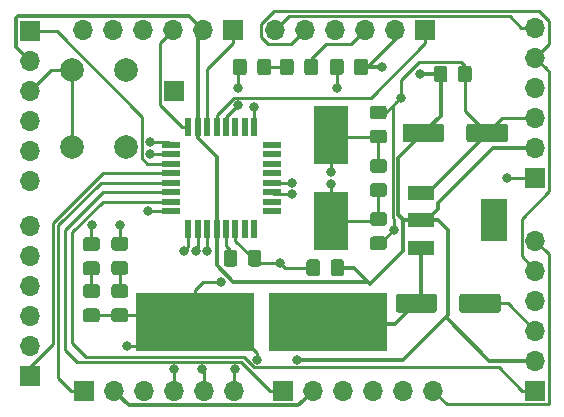
<source format=gbr>
G04 #@! TF.GenerationSoftware,KiCad,Pcbnew,(5.1.5)-3*
G04 #@! TF.CreationDate,2020-05-01T16:20:29+02:00*
G04 #@! TF.ProjectId,Arduino_Uno_R3_From_Scratch,41726475-696e-46f5-9f55-6e6f5f52335f,rev?*
G04 #@! TF.SameCoordinates,Original*
G04 #@! TF.FileFunction,Copper,L1,Top*
G04 #@! TF.FilePolarity,Positive*
%FSLAX46Y46*%
G04 Gerber Fmt 4.6, Leading zero omitted, Abs format (unit mm)*
G04 Created by KiCad (PCBNEW (5.1.5)-3) date 2020-05-01 16:20:29*
%MOMM*%
%LPD*%
G04 APERTURE LIST*
%ADD10C,0.100000*%
%ADD11C,2.000000*%
%ADD12R,1.700000X1.700000*%
%ADD13O,1.700000X1.700000*%
%ADD14R,2.235200X1.219200*%
%ADD15R,2.200000X3.600000*%
%ADD16R,0.550000X1.500000*%
%ADD17R,1.500000X0.550000*%
%ADD18R,3.000000X4.900000*%
%ADD19R,10.000000X5.000000*%
%ADD20C,0.800000*%
%ADD21C,0.250000*%
%ADD22C,0.350000*%
G04 APERTURE END LIST*
G04 #@! TA.AperFunction,SMDPad,CuDef*
D10*
G36*
X212924505Y-98501204D02*
G01*
X212948773Y-98504804D01*
X212972572Y-98510765D01*
X212995671Y-98519030D01*
X213017850Y-98529520D01*
X213038893Y-98542132D01*
X213058599Y-98556747D01*
X213076777Y-98573223D01*
X213093253Y-98591401D01*
X213107868Y-98611107D01*
X213120480Y-98632150D01*
X213130970Y-98654329D01*
X213139235Y-98677428D01*
X213145196Y-98701227D01*
X213148796Y-98725495D01*
X213150000Y-98749999D01*
X213150000Y-99650001D01*
X213148796Y-99674505D01*
X213145196Y-99698773D01*
X213139235Y-99722572D01*
X213130970Y-99745671D01*
X213120480Y-99767850D01*
X213107868Y-99788893D01*
X213093253Y-99808599D01*
X213076777Y-99826777D01*
X213058599Y-99843253D01*
X213038893Y-99857868D01*
X213017850Y-99870480D01*
X212995671Y-99880970D01*
X212972572Y-99889235D01*
X212948773Y-99895196D01*
X212924505Y-99898796D01*
X212900001Y-99900000D01*
X212249999Y-99900000D01*
X212225495Y-99898796D01*
X212201227Y-99895196D01*
X212177428Y-99889235D01*
X212154329Y-99880970D01*
X212132150Y-99870480D01*
X212111107Y-99857868D01*
X212091401Y-99843253D01*
X212073223Y-99826777D01*
X212056747Y-99808599D01*
X212042132Y-99788893D01*
X212029520Y-99767850D01*
X212019030Y-99745671D01*
X212010765Y-99722572D01*
X212004804Y-99698773D01*
X212001204Y-99674505D01*
X212000000Y-99650001D01*
X212000000Y-98749999D01*
X212001204Y-98725495D01*
X212004804Y-98701227D01*
X212010765Y-98677428D01*
X212019030Y-98654329D01*
X212029520Y-98632150D01*
X212042132Y-98611107D01*
X212056747Y-98591401D01*
X212073223Y-98573223D01*
X212091401Y-98556747D01*
X212111107Y-98542132D01*
X212132150Y-98529520D01*
X212154329Y-98519030D01*
X212177428Y-98510765D01*
X212201227Y-98504804D01*
X212225495Y-98501204D01*
X212249999Y-98500000D01*
X212900001Y-98500000D01*
X212924505Y-98501204D01*
G37*
G04 #@! TD.AperFunction*
G04 #@! TA.AperFunction,SMDPad,CuDef*
G36*
X214974505Y-98501204D02*
G01*
X214998773Y-98504804D01*
X215022572Y-98510765D01*
X215045671Y-98519030D01*
X215067850Y-98529520D01*
X215088893Y-98542132D01*
X215108599Y-98556747D01*
X215126777Y-98573223D01*
X215143253Y-98591401D01*
X215157868Y-98611107D01*
X215170480Y-98632150D01*
X215180970Y-98654329D01*
X215189235Y-98677428D01*
X215195196Y-98701227D01*
X215198796Y-98725495D01*
X215200000Y-98749999D01*
X215200000Y-99650001D01*
X215198796Y-99674505D01*
X215195196Y-99698773D01*
X215189235Y-99722572D01*
X215180970Y-99745671D01*
X215170480Y-99767850D01*
X215157868Y-99788893D01*
X215143253Y-99808599D01*
X215126777Y-99826777D01*
X215108599Y-99843253D01*
X215088893Y-99857868D01*
X215067850Y-99870480D01*
X215045671Y-99880970D01*
X215022572Y-99889235D01*
X214998773Y-99895196D01*
X214974505Y-99898796D01*
X214950001Y-99900000D01*
X214299999Y-99900000D01*
X214275495Y-99898796D01*
X214251227Y-99895196D01*
X214227428Y-99889235D01*
X214204329Y-99880970D01*
X214182150Y-99870480D01*
X214161107Y-99857868D01*
X214141401Y-99843253D01*
X214123223Y-99826777D01*
X214106747Y-99808599D01*
X214092132Y-99788893D01*
X214079520Y-99767850D01*
X214069030Y-99745671D01*
X214060765Y-99722572D01*
X214054804Y-99698773D01*
X214051204Y-99674505D01*
X214050000Y-99650001D01*
X214050000Y-98749999D01*
X214051204Y-98725495D01*
X214054804Y-98701227D01*
X214060765Y-98677428D01*
X214069030Y-98654329D01*
X214079520Y-98632150D01*
X214092132Y-98611107D01*
X214106747Y-98591401D01*
X214123223Y-98573223D01*
X214141401Y-98556747D01*
X214161107Y-98542132D01*
X214182150Y-98529520D01*
X214204329Y-98519030D01*
X214227428Y-98510765D01*
X214251227Y-98504804D01*
X214275495Y-98501204D01*
X214299999Y-98500000D01*
X214950001Y-98500000D01*
X214974505Y-98501204D01*
G37*
G04 #@! TD.AperFunction*
D11*
X185900000Y-105400000D03*
X181400000Y-105400000D03*
X185900000Y-98900000D03*
X181400000Y-98900000D03*
D12*
X190000000Y-100600000D03*
X195000000Y-95500000D03*
D13*
X192460000Y-95500000D03*
X189920000Y-95500000D03*
X187380000Y-95500000D03*
X184840000Y-95500000D03*
X182300000Y-95500000D03*
D12*
X177800000Y-124800000D03*
D13*
X177800000Y-122260000D03*
X177800000Y-119720000D03*
X177800000Y-117180000D03*
X177800000Y-114640000D03*
X177800000Y-112100000D03*
D14*
X210901200Y-109288600D03*
X210901200Y-111600000D03*
X210901200Y-113911400D03*
D15*
X217099000Y-111600000D03*
G04 #@! TA.AperFunction,SMDPad,CuDef*
D10*
G36*
X212624504Y-103401204D02*
G01*
X212648773Y-103404804D01*
X212672571Y-103410765D01*
X212695671Y-103419030D01*
X212717849Y-103429520D01*
X212738893Y-103442133D01*
X212758598Y-103456747D01*
X212776777Y-103473223D01*
X212793253Y-103491402D01*
X212807867Y-103511107D01*
X212820480Y-103532151D01*
X212830970Y-103554329D01*
X212839235Y-103577429D01*
X212845196Y-103601227D01*
X212848796Y-103625496D01*
X212850000Y-103650000D01*
X212850000Y-104750000D01*
X212848796Y-104774504D01*
X212845196Y-104798773D01*
X212839235Y-104822571D01*
X212830970Y-104845671D01*
X212820480Y-104867849D01*
X212807867Y-104888893D01*
X212793253Y-104908598D01*
X212776777Y-104926777D01*
X212758598Y-104943253D01*
X212738893Y-104957867D01*
X212717849Y-104970480D01*
X212695671Y-104980970D01*
X212672571Y-104989235D01*
X212648773Y-104995196D01*
X212624504Y-104998796D01*
X212600000Y-105000000D01*
X209600000Y-105000000D01*
X209575496Y-104998796D01*
X209551227Y-104995196D01*
X209527429Y-104989235D01*
X209504329Y-104980970D01*
X209482151Y-104970480D01*
X209461107Y-104957867D01*
X209441402Y-104943253D01*
X209423223Y-104926777D01*
X209406747Y-104908598D01*
X209392133Y-104888893D01*
X209379520Y-104867849D01*
X209369030Y-104845671D01*
X209360765Y-104822571D01*
X209354804Y-104798773D01*
X209351204Y-104774504D01*
X209350000Y-104750000D01*
X209350000Y-103650000D01*
X209351204Y-103625496D01*
X209354804Y-103601227D01*
X209360765Y-103577429D01*
X209369030Y-103554329D01*
X209379520Y-103532151D01*
X209392133Y-103511107D01*
X209406747Y-103491402D01*
X209423223Y-103473223D01*
X209441402Y-103456747D01*
X209461107Y-103442133D01*
X209482151Y-103429520D01*
X209504329Y-103419030D01*
X209527429Y-103410765D01*
X209551227Y-103404804D01*
X209575496Y-103401204D01*
X209600000Y-103400000D01*
X212600000Y-103400000D01*
X212624504Y-103401204D01*
G37*
G04 #@! TD.AperFunction*
G04 #@! TA.AperFunction,SMDPad,CuDef*
G36*
X218024504Y-103401204D02*
G01*
X218048773Y-103404804D01*
X218072571Y-103410765D01*
X218095671Y-103419030D01*
X218117849Y-103429520D01*
X218138893Y-103442133D01*
X218158598Y-103456747D01*
X218176777Y-103473223D01*
X218193253Y-103491402D01*
X218207867Y-103511107D01*
X218220480Y-103532151D01*
X218230970Y-103554329D01*
X218239235Y-103577429D01*
X218245196Y-103601227D01*
X218248796Y-103625496D01*
X218250000Y-103650000D01*
X218250000Y-104750000D01*
X218248796Y-104774504D01*
X218245196Y-104798773D01*
X218239235Y-104822571D01*
X218230970Y-104845671D01*
X218220480Y-104867849D01*
X218207867Y-104888893D01*
X218193253Y-104908598D01*
X218176777Y-104926777D01*
X218158598Y-104943253D01*
X218138893Y-104957867D01*
X218117849Y-104970480D01*
X218095671Y-104980970D01*
X218072571Y-104989235D01*
X218048773Y-104995196D01*
X218024504Y-104998796D01*
X218000000Y-105000000D01*
X215000000Y-105000000D01*
X214975496Y-104998796D01*
X214951227Y-104995196D01*
X214927429Y-104989235D01*
X214904329Y-104980970D01*
X214882151Y-104970480D01*
X214861107Y-104957867D01*
X214841402Y-104943253D01*
X214823223Y-104926777D01*
X214806747Y-104908598D01*
X214792133Y-104888893D01*
X214779520Y-104867849D01*
X214769030Y-104845671D01*
X214760765Y-104822571D01*
X214754804Y-104798773D01*
X214751204Y-104774504D01*
X214750000Y-104750000D01*
X214750000Y-103650000D01*
X214751204Y-103625496D01*
X214754804Y-103601227D01*
X214760765Y-103577429D01*
X214769030Y-103554329D01*
X214779520Y-103532151D01*
X214792133Y-103511107D01*
X214806747Y-103491402D01*
X214823223Y-103473223D01*
X214841402Y-103456747D01*
X214861107Y-103442133D01*
X214882151Y-103429520D01*
X214904329Y-103419030D01*
X214927429Y-103410765D01*
X214951227Y-103404804D01*
X214975496Y-103401204D01*
X215000000Y-103400000D01*
X218000000Y-103400000D01*
X218024504Y-103401204D01*
G37*
G04 #@! TD.AperFunction*
G04 #@! TA.AperFunction,SMDPad,CuDef*
G36*
X217424504Y-117801204D02*
G01*
X217448773Y-117804804D01*
X217472571Y-117810765D01*
X217495671Y-117819030D01*
X217517849Y-117829520D01*
X217538893Y-117842133D01*
X217558598Y-117856747D01*
X217576777Y-117873223D01*
X217593253Y-117891402D01*
X217607867Y-117911107D01*
X217620480Y-117932151D01*
X217630970Y-117954329D01*
X217639235Y-117977429D01*
X217645196Y-118001227D01*
X217648796Y-118025496D01*
X217650000Y-118050000D01*
X217650000Y-119150000D01*
X217648796Y-119174504D01*
X217645196Y-119198773D01*
X217639235Y-119222571D01*
X217630970Y-119245671D01*
X217620480Y-119267849D01*
X217607867Y-119288893D01*
X217593253Y-119308598D01*
X217576777Y-119326777D01*
X217558598Y-119343253D01*
X217538893Y-119357867D01*
X217517849Y-119370480D01*
X217495671Y-119380970D01*
X217472571Y-119389235D01*
X217448773Y-119395196D01*
X217424504Y-119398796D01*
X217400000Y-119400000D01*
X214400000Y-119400000D01*
X214375496Y-119398796D01*
X214351227Y-119395196D01*
X214327429Y-119389235D01*
X214304329Y-119380970D01*
X214282151Y-119370480D01*
X214261107Y-119357867D01*
X214241402Y-119343253D01*
X214223223Y-119326777D01*
X214206747Y-119308598D01*
X214192133Y-119288893D01*
X214179520Y-119267849D01*
X214169030Y-119245671D01*
X214160765Y-119222571D01*
X214154804Y-119198773D01*
X214151204Y-119174504D01*
X214150000Y-119150000D01*
X214150000Y-118050000D01*
X214151204Y-118025496D01*
X214154804Y-118001227D01*
X214160765Y-117977429D01*
X214169030Y-117954329D01*
X214179520Y-117932151D01*
X214192133Y-117911107D01*
X214206747Y-117891402D01*
X214223223Y-117873223D01*
X214241402Y-117856747D01*
X214261107Y-117842133D01*
X214282151Y-117829520D01*
X214304329Y-117819030D01*
X214327429Y-117810765D01*
X214351227Y-117804804D01*
X214375496Y-117801204D01*
X214400000Y-117800000D01*
X217400000Y-117800000D01*
X217424504Y-117801204D01*
G37*
G04 #@! TD.AperFunction*
G04 #@! TA.AperFunction,SMDPad,CuDef*
G36*
X212024504Y-117801204D02*
G01*
X212048773Y-117804804D01*
X212072571Y-117810765D01*
X212095671Y-117819030D01*
X212117849Y-117829520D01*
X212138893Y-117842133D01*
X212158598Y-117856747D01*
X212176777Y-117873223D01*
X212193253Y-117891402D01*
X212207867Y-117911107D01*
X212220480Y-117932151D01*
X212230970Y-117954329D01*
X212239235Y-117977429D01*
X212245196Y-118001227D01*
X212248796Y-118025496D01*
X212250000Y-118050000D01*
X212250000Y-119150000D01*
X212248796Y-119174504D01*
X212245196Y-119198773D01*
X212239235Y-119222571D01*
X212230970Y-119245671D01*
X212220480Y-119267849D01*
X212207867Y-119288893D01*
X212193253Y-119308598D01*
X212176777Y-119326777D01*
X212158598Y-119343253D01*
X212138893Y-119357867D01*
X212117849Y-119370480D01*
X212095671Y-119380970D01*
X212072571Y-119389235D01*
X212048773Y-119395196D01*
X212024504Y-119398796D01*
X212000000Y-119400000D01*
X209000000Y-119400000D01*
X208975496Y-119398796D01*
X208951227Y-119395196D01*
X208927429Y-119389235D01*
X208904329Y-119380970D01*
X208882151Y-119370480D01*
X208861107Y-119357867D01*
X208841402Y-119343253D01*
X208823223Y-119326777D01*
X208806747Y-119308598D01*
X208792133Y-119288893D01*
X208779520Y-119267849D01*
X208769030Y-119245671D01*
X208760765Y-119222571D01*
X208754804Y-119198773D01*
X208751204Y-119174504D01*
X208750000Y-119150000D01*
X208750000Y-118050000D01*
X208751204Y-118025496D01*
X208754804Y-118001227D01*
X208760765Y-117977429D01*
X208769030Y-117954329D01*
X208779520Y-117932151D01*
X208792133Y-117911107D01*
X208806747Y-117891402D01*
X208823223Y-117873223D01*
X208841402Y-117856747D01*
X208861107Y-117842133D01*
X208882151Y-117829520D01*
X208904329Y-117819030D01*
X208927429Y-117810765D01*
X208951227Y-117804804D01*
X208975496Y-117801204D01*
X209000000Y-117800000D01*
X212000000Y-117800000D01*
X212024504Y-117801204D01*
G37*
G04 #@! TD.AperFunction*
G04 #@! TA.AperFunction,SMDPad,CuDef*
G36*
X207774505Y-112951204D02*
G01*
X207798773Y-112954804D01*
X207822572Y-112960765D01*
X207845671Y-112969030D01*
X207867850Y-112979520D01*
X207888893Y-112992132D01*
X207908599Y-113006747D01*
X207926777Y-113023223D01*
X207943253Y-113041401D01*
X207957868Y-113061107D01*
X207970480Y-113082150D01*
X207980970Y-113104329D01*
X207989235Y-113127428D01*
X207995196Y-113151227D01*
X207998796Y-113175495D01*
X208000000Y-113199999D01*
X208000000Y-113850001D01*
X207998796Y-113874505D01*
X207995196Y-113898773D01*
X207989235Y-113922572D01*
X207980970Y-113945671D01*
X207970480Y-113967850D01*
X207957868Y-113988893D01*
X207943253Y-114008599D01*
X207926777Y-114026777D01*
X207908599Y-114043253D01*
X207888893Y-114057868D01*
X207867850Y-114070480D01*
X207845671Y-114080970D01*
X207822572Y-114089235D01*
X207798773Y-114095196D01*
X207774505Y-114098796D01*
X207750001Y-114100000D01*
X206849999Y-114100000D01*
X206825495Y-114098796D01*
X206801227Y-114095196D01*
X206777428Y-114089235D01*
X206754329Y-114080970D01*
X206732150Y-114070480D01*
X206711107Y-114057868D01*
X206691401Y-114043253D01*
X206673223Y-114026777D01*
X206656747Y-114008599D01*
X206642132Y-113988893D01*
X206629520Y-113967850D01*
X206619030Y-113945671D01*
X206610765Y-113922572D01*
X206604804Y-113898773D01*
X206601204Y-113874505D01*
X206600000Y-113850001D01*
X206600000Y-113199999D01*
X206601204Y-113175495D01*
X206604804Y-113151227D01*
X206610765Y-113127428D01*
X206619030Y-113104329D01*
X206629520Y-113082150D01*
X206642132Y-113061107D01*
X206656747Y-113041401D01*
X206673223Y-113023223D01*
X206691401Y-113006747D01*
X206711107Y-112992132D01*
X206732150Y-112979520D01*
X206754329Y-112969030D01*
X206777428Y-112960765D01*
X206801227Y-112954804D01*
X206825495Y-112951204D01*
X206849999Y-112950000D01*
X207750001Y-112950000D01*
X207774505Y-112951204D01*
G37*
G04 #@! TD.AperFunction*
G04 #@! TA.AperFunction,SMDPad,CuDef*
G36*
X207774505Y-110901204D02*
G01*
X207798773Y-110904804D01*
X207822572Y-110910765D01*
X207845671Y-110919030D01*
X207867850Y-110929520D01*
X207888893Y-110942132D01*
X207908599Y-110956747D01*
X207926777Y-110973223D01*
X207943253Y-110991401D01*
X207957868Y-111011107D01*
X207970480Y-111032150D01*
X207980970Y-111054329D01*
X207989235Y-111077428D01*
X207995196Y-111101227D01*
X207998796Y-111125495D01*
X208000000Y-111149999D01*
X208000000Y-111800001D01*
X207998796Y-111824505D01*
X207995196Y-111848773D01*
X207989235Y-111872572D01*
X207980970Y-111895671D01*
X207970480Y-111917850D01*
X207957868Y-111938893D01*
X207943253Y-111958599D01*
X207926777Y-111976777D01*
X207908599Y-111993253D01*
X207888893Y-112007868D01*
X207867850Y-112020480D01*
X207845671Y-112030970D01*
X207822572Y-112039235D01*
X207798773Y-112045196D01*
X207774505Y-112048796D01*
X207750001Y-112050000D01*
X206849999Y-112050000D01*
X206825495Y-112048796D01*
X206801227Y-112045196D01*
X206777428Y-112039235D01*
X206754329Y-112030970D01*
X206732150Y-112020480D01*
X206711107Y-112007868D01*
X206691401Y-111993253D01*
X206673223Y-111976777D01*
X206656747Y-111958599D01*
X206642132Y-111938893D01*
X206629520Y-111917850D01*
X206619030Y-111895671D01*
X206610765Y-111872572D01*
X206604804Y-111848773D01*
X206601204Y-111824505D01*
X206600000Y-111800001D01*
X206600000Y-111149999D01*
X206601204Y-111125495D01*
X206604804Y-111101227D01*
X206610765Y-111077428D01*
X206619030Y-111054329D01*
X206629520Y-111032150D01*
X206642132Y-111011107D01*
X206656747Y-110991401D01*
X206673223Y-110973223D01*
X206691401Y-110956747D01*
X206711107Y-110942132D01*
X206732150Y-110929520D01*
X206754329Y-110919030D01*
X206777428Y-110910765D01*
X206801227Y-110904804D01*
X206825495Y-110901204D01*
X206849999Y-110900000D01*
X207750001Y-110900000D01*
X207774505Y-110901204D01*
G37*
G04 #@! TD.AperFunction*
G04 #@! TA.AperFunction,SMDPad,CuDef*
G36*
X207774505Y-103926204D02*
G01*
X207798773Y-103929804D01*
X207822572Y-103935765D01*
X207845671Y-103944030D01*
X207867850Y-103954520D01*
X207888893Y-103967132D01*
X207908599Y-103981747D01*
X207926777Y-103998223D01*
X207943253Y-104016401D01*
X207957868Y-104036107D01*
X207970480Y-104057150D01*
X207980970Y-104079329D01*
X207989235Y-104102428D01*
X207995196Y-104126227D01*
X207998796Y-104150495D01*
X208000000Y-104174999D01*
X208000000Y-104825001D01*
X207998796Y-104849505D01*
X207995196Y-104873773D01*
X207989235Y-104897572D01*
X207980970Y-104920671D01*
X207970480Y-104942850D01*
X207957868Y-104963893D01*
X207943253Y-104983599D01*
X207926777Y-105001777D01*
X207908599Y-105018253D01*
X207888893Y-105032868D01*
X207867850Y-105045480D01*
X207845671Y-105055970D01*
X207822572Y-105064235D01*
X207798773Y-105070196D01*
X207774505Y-105073796D01*
X207750001Y-105075000D01*
X206849999Y-105075000D01*
X206825495Y-105073796D01*
X206801227Y-105070196D01*
X206777428Y-105064235D01*
X206754329Y-105055970D01*
X206732150Y-105045480D01*
X206711107Y-105032868D01*
X206691401Y-105018253D01*
X206673223Y-105001777D01*
X206656747Y-104983599D01*
X206642132Y-104963893D01*
X206629520Y-104942850D01*
X206619030Y-104920671D01*
X206610765Y-104897572D01*
X206604804Y-104873773D01*
X206601204Y-104849505D01*
X206600000Y-104825001D01*
X206600000Y-104174999D01*
X206601204Y-104150495D01*
X206604804Y-104126227D01*
X206610765Y-104102428D01*
X206619030Y-104079329D01*
X206629520Y-104057150D01*
X206642132Y-104036107D01*
X206656747Y-104016401D01*
X206673223Y-103998223D01*
X206691401Y-103981747D01*
X206711107Y-103967132D01*
X206732150Y-103954520D01*
X206754329Y-103944030D01*
X206777428Y-103935765D01*
X206801227Y-103929804D01*
X206825495Y-103926204D01*
X206849999Y-103925000D01*
X207750001Y-103925000D01*
X207774505Y-103926204D01*
G37*
G04 #@! TD.AperFunction*
G04 #@! TA.AperFunction,SMDPad,CuDef*
G36*
X207774505Y-101876204D02*
G01*
X207798773Y-101879804D01*
X207822572Y-101885765D01*
X207845671Y-101894030D01*
X207867850Y-101904520D01*
X207888893Y-101917132D01*
X207908599Y-101931747D01*
X207926777Y-101948223D01*
X207943253Y-101966401D01*
X207957868Y-101986107D01*
X207970480Y-102007150D01*
X207980970Y-102029329D01*
X207989235Y-102052428D01*
X207995196Y-102076227D01*
X207998796Y-102100495D01*
X208000000Y-102124999D01*
X208000000Y-102775001D01*
X207998796Y-102799505D01*
X207995196Y-102823773D01*
X207989235Y-102847572D01*
X207980970Y-102870671D01*
X207970480Y-102892850D01*
X207957868Y-102913893D01*
X207943253Y-102933599D01*
X207926777Y-102951777D01*
X207908599Y-102968253D01*
X207888893Y-102982868D01*
X207867850Y-102995480D01*
X207845671Y-103005970D01*
X207822572Y-103014235D01*
X207798773Y-103020196D01*
X207774505Y-103023796D01*
X207750001Y-103025000D01*
X206849999Y-103025000D01*
X206825495Y-103023796D01*
X206801227Y-103020196D01*
X206777428Y-103014235D01*
X206754329Y-103005970D01*
X206732150Y-102995480D01*
X206711107Y-102982868D01*
X206691401Y-102968253D01*
X206673223Y-102951777D01*
X206656747Y-102933599D01*
X206642132Y-102913893D01*
X206629520Y-102892850D01*
X206619030Y-102870671D01*
X206610765Y-102847572D01*
X206604804Y-102823773D01*
X206601204Y-102799505D01*
X206600000Y-102775001D01*
X206600000Y-102124999D01*
X206601204Y-102100495D01*
X206604804Y-102076227D01*
X206610765Y-102052428D01*
X206619030Y-102029329D01*
X206629520Y-102007150D01*
X206642132Y-101986107D01*
X206656747Y-101966401D01*
X206673223Y-101948223D01*
X206691401Y-101931747D01*
X206711107Y-101917132D01*
X206732150Y-101904520D01*
X206754329Y-101894030D01*
X206777428Y-101885765D01*
X206801227Y-101879804D01*
X206825495Y-101876204D01*
X206849999Y-101875000D01*
X207750001Y-101875000D01*
X207774505Y-101876204D01*
G37*
G04 #@! TD.AperFunction*
G04 #@! TA.AperFunction,SMDPad,CuDef*
G36*
X197174505Y-114101204D02*
G01*
X197198773Y-114104804D01*
X197222572Y-114110765D01*
X197245671Y-114119030D01*
X197267850Y-114129520D01*
X197288893Y-114142132D01*
X197308599Y-114156747D01*
X197326777Y-114173223D01*
X197343253Y-114191401D01*
X197357868Y-114211107D01*
X197370480Y-114232150D01*
X197380970Y-114254329D01*
X197389235Y-114277428D01*
X197395196Y-114301227D01*
X197398796Y-114325495D01*
X197400000Y-114349999D01*
X197400000Y-115250001D01*
X197398796Y-115274505D01*
X197395196Y-115298773D01*
X197389235Y-115322572D01*
X197380970Y-115345671D01*
X197370480Y-115367850D01*
X197357868Y-115388893D01*
X197343253Y-115408599D01*
X197326777Y-115426777D01*
X197308599Y-115443253D01*
X197288893Y-115457868D01*
X197267850Y-115470480D01*
X197245671Y-115480970D01*
X197222572Y-115489235D01*
X197198773Y-115495196D01*
X197174505Y-115498796D01*
X197150001Y-115500000D01*
X196499999Y-115500000D01*
X196475495Y-115498796D01*
X196451227Y-115495196D01*
X196427428Y-115489235D01*
X196404329Y-115480970D01*
X196382150Y-115470480D01*
X196361107Y-115457868D01*
X196341401Y-115443253D01*
X196323223Y-115426777D01*
X196306747Y-115408599D01*
X196292132Y-115388893D01*
X196279520Y-115367850D01*
X196269030Y-115345671D01*
X196260765Y-115322572D01*
X196254804Y-115298773D01*
X196251204Y-115274505D01*
X196250000Y-115250001D01*
X196250000Y-114349999D01*
X196251204Y-114325495D01*
X196254804Y-114301227D01*
X196260765Y-114277428D01*
X196269030Y-114254329D01*
X196279520Y-114232150D01*
X196292132Y-114211107D01*
X196306747Y-114191401D01*
X196323223Y-114173223D01*
X196341401Y-114156747D01*
X196361107Y-114142132D01*
X196382150Y-114129520D01*
X196404329Y-114119030D01*
X196427428Y-114110765D01*
X196451227Y-114104804D01*
X196475495Y-114101204D01*
X196499999Y-114100000D01*
X197150001Y-114100000D01*
X197174505Y-114101204D01*
G37*
G04 #@! TD.AperFunction*
G04 #@! TA.AperFunction,SMDPad,CuDef*
G36*
X195124505Y-114101204D02*
G01*
X195148773Y-114104804D01*
X195172572Y-114110765D01*
X195195671Y-114119030D01*
X195217850Y-114129520D01*
X195238893Y-114142132D01*
X195258599Y-114156747D01*
X195276777Y-114173223D01*
X195293253Y-114191401D01*
X195307868Y-114211107D01*
X195320480Y-114232150D01*
X195330970Y-114254329D01*
X195339235Y-114277428D01*
X195345196Y-114301227D01*
X195348796Y-114325495D01*
X195350000Y-114349999D01*
X195350000Y-115250001D01*
X195348796Y-115274505D01*
X195345196Y-115298773D01*
X195339235Y-115322572D01*
X195330970Y-115345671D01*
X195320480Y-115367850D01*
X195307868Y-115388893D01*
X195293253Y-115408599D01*
X195276777Y-115426777D01*
X195258599Y-115443253D01*
X195238893Y-115457868D01*
X195217850Y-115470480D01*
X195195671Y-115480970D01*
X195172572Y-115489235D01*
X195148773Y-115495196D01*
X195124505Y-115498796D01*
X195100001Y-115500000D01*
X194449999Y-115500000D01*
X194425495Y-115498796D01*
X194401227Y-115495196D01*
X194377428Y-115489235D01*
X194354329Y-115480970D01*
X194332150Y-115470480D01*
X194311107Y-115457868D01*
X194291401Y-115443253D01*
X194273223Y-115426777D01*
X194256747Y-115408599D01*
X194242132Y-115388893D01*
X194229520Y-115367850D01*
X194219030Y-115345671D01*
X194210765Y-115322572D01*
X194204804Y-115298773D01*
X194201204Y-115274505D01*
X194200000Y-115250001D01*
X194200000Y-114349999D01*
X194201204Y-114325495D01*
X194204804Y-114301227D01*
X194210765Y-114277428D01*
X194219030Y-114254329D01*
X194229520Y-114232150D01*
X194242132Y-114211107D01*
X194256747Y-114191401D01*
X194273223Y-114173223D01*
X194291401Y-114156747D01*
X194311107Y-114142132D01*
X194332150Y-114129520D01*
X194354329Y-114119030D01*
X194377428Y-114110765D01*
X194401227Y-114104804D01*
X194425495Y-114101204D01*
X194449999Y-114100000D01*
X195100001Y-114100000D01*
X195124505Y-114101204D01*
G37*
G04 #@! TD.AperFunction*
G04 #@! TA.AperFunction,SMDPad,CuDef*
G36*
X204174505Y-114901204D02*
G01*
X204198773Y-114904804D01*
X204222572Y-114910765D01*
X204245671Y-114919030D01*
X204267850Y-114929520D01*
X204288893Y-114942132D01*
X204308599Y-114956747D01*
X204326777Y-114973223D01*
X204343253Y-114991401D01*
X204357868Y-115011107D01*
X204370480Y-115032150D01*
X204380970Y-115054329D01*
X204389235Y-115077428D01*
X204395196Y-115101227D01*
X204398796Y-115125495D01*
X204400000Y-115149999D01*
X204400000Y-116050001D01*
X204398796Y-116074505D01*
X204395196Y-116098773D01*
X204389235Y-116122572D01*
X204380970Y-116145671D01*
X204370480Y-116167850D01*
X204357868Y-116188893D01*
X204343253Y-116208599D01*
X204326777Y-116226777D01*
X204308599Y-116243253D01*
X204288893Y-116257868D01*
X204267850Y-116270480D01*
X204245671Y-116280970D01*
X204222572Y-116289235D01*
X204198773Y-116295196D01*
X204174505Y-116298796D01*
X204150001Y-116300000D01*
X203499999Y-116300000D01*
X203475495Y-116298796D01*
X203451227Y-116295196D01*
X203427428Y-116289235D01*
X203404329Y-116280970D01*
X203382150Y-116270480D01*
X203361107Y-116257868D01*
X203341401Y-116243253D01*
X203323223Y-116226777D01*
X203306747Y-116208599D01*
X203292132Y-116188893D01*
X203279520Y-116167850D01*
X203269030Y-116145671D01*
X203260765Y-116122572D01*
X203254804Y-116098773D01*
X203251204Y-116074505D01*
X203250000Y-116050001D01*
X203250000Y-115149999D01*
X203251204Y-115125495D01*
X203254804Y-115101227D01*
X203260765Y-115077428D01*
X203269030Y-115054329D01*
X203279520Y-115032150D01*
X203292132Y-115011107D01*
X203306747Y-114991401D01*
X203323223Y-114973223D01*
X203341401Y-114956747D01*
X203361107Y-114942132D01*
X203382150Y-114929520D01*
X203404329Y-114919030D01*
X203427428Y-114910765D01*
X203451227Y-114904804D01*
X203475495Y-114901204D01*
X203499999Y-114900000D01*
X204150001Y-114900000D01*
X204174505Y-114901204D01*
G37*
G04 #@! TD.AperFunction*
G04 #@! TA.AperFunction,SMDPad,CuDef*
G36*
X202124505Y-114901204D02*
G01*
X202148773Y-114904804D01*
X202172572Y-114910765D01*
X202195671Y-114919030D01*
X202217850Y-114929520D01*
X202238893Y-114942132D01*
X202258599Y-114956747D01*
X202276777Y-114973223D01*
X202293253Y-114991401D01*
X202307868Y-115011107D01*
X202320480Y-115032150D01*
X202330970Y-115054329D01*
X202339235Y-115077428D01*
X202345196Y-115101227D01*
X202348796Y-115125495D01*
X202350000Y-115149999D01*
X202350000Y-116050001D01*
X202348796Y-116074505D01*
X202345196Y-116098773D01*
X202339235Y-116122572D01*
X202330970Y-116145671D01*
X202320480Y-116167850D01*
X202307868Y-116188893D01*
X202293253Y-116208599D01*
X202276777Y-116226777D01*
X202258599Y-116243253D01*
X202238893Y-116257868D01*
X202217850Y-116270480D01*
X202195671Y-116280970D01*
X202172572Y-116289235D01*
X202148773Y-116295196D01*
X202124505Y-116298796D01*
X202100001Y-116300000D01*
X201449999Y-116300000D01*
X201425495Y-116298796D01*
X201401227Y-116295196D01*
X201377428Y-116289235D01*
X201354329Y-116280970D01*
X201332150Y-116270480D01*
X201311107Y-116257868D01*
X201291401Y-116243253D01*
X201273223Y-116226777D01*
X201256747Y-116208599D01*
X201242132Y-116188893D01*
X201229520Y-116167850D01*
X201219030Y-116145671D01*
X201210765Y-116122572D01*
X201204804Y-116098773D01*
X201201204Y-116074505D01*
X201200000Y-116050001D01*
X201200000Y-115149999D01*
X201201204Y-115125495D01*
X201204804Y-115101227D01*
X201210765Y-115077428D01*
X201219030Y-115054329D01*
X201229520Y-115032150D01*
X201242132Y-115011107D01*
X201256747Y-114991401D01*
X201273223Y-114973223D01*
X201291401Y-114956747D01*
X201311107Y-114942132D01*
X201332150Y-114929520D01*
X201354329Y-114919030D01*
X201377428Y-114910765D01*
X201401227Y-114904804D01*
X201425495Y-114901204D01*
X201449999Y-114900000D01*
X202100001Y-114900000D01*
X202124505Y-114901204D01*
G37*
G04 #@! TD.AperFunction*
G04 #@! TA.AperFunction,SMDPad,CuDef*
G36*
X183474505Y-119051204D02*
G01*
X183498773Y-119054804D01*
X183522572Y-119060765D01*
X183545671Y-119069030D01*
X183567850Y-119079520D01*
X183588893Y-119092132D01*
X183608599Y-119106747D01*
X183626777Y-119123223D01*
X183643253Y-119141401D01*
X183657868Y-119161107D01*
X183670480Y-119182150D01*
X183680970Y-119204329D01*
X183689235Y-119227428D01*
X183695196Y-119251227D01*
X183698796Y-119275495D01*
X183700000Y-119299999D01*
X183700000Y-119950001D01*
X183698796Y-119974505D01*
X183695196Y-119998773D01*
X183689235Y-120022572D01*
X183680970Y-120045671D01*
X183670480Y-120067850D01*
X183657868Y-120088893D01*
X183643253Y-120108599D01*
X183626777Y-120126777D01*
X183608599Y-120143253D01*
X183588893Y-120157868D01*
X183567850Y-120170480D01*
X183545671Y-120180970D01*
X183522572Y-120189235D01*
X183498773Y-120195196D01*
X183474505Y-120198796D01*
X183450001Y-120200000D01*
X182549999Y-120200000D01*
X182525495Y-120198796D01*
X182501227Y-120195196D01*
X182477428Y-120189235D01*
X182454329Y-120180970D01*
X182432150Y-120170480D01*
X182411107Y-120157868D01*
X182391401Y-120143253D01*
X182373223Y-120126777D01*
X182356747Y-120108599D01*
X182342132Y-120088893D01*
X182329520Y-120067850D01*
X182319030Y-120045671D01*
X182310765Y-120022572D01*
X182304804Y-119998773D01*
X182301204Y-119974505D01*
X182300000Y-119950001D01*
X182300000Y-119299999D01*
X182301204Y-119275495D01*
X182304804Y-119251227D01*
X182310765Y-119227428D01*
X182319030Y-119204329D01*
X182329520Y-119182150D01*
X182342132Y-119161107D01*
X182356747Y-119141401D01*
X182373223Y-119123223D01*
X182391401Y-119106747D01*
X182411107Y-119092132D01*
X182432150Y-119079520D01*
X182454329Y-119069030D01*
X182477428Y-119060765D01*
X182501227Y-119054804D01*
X182525495Y-119051204D01*
X182549999Y-119050000D01*
X183450001Y-119050000D01*
X183474505Y-119051204D01*
G37*
G04 #@! TD.AperFunction*
G04 #@! TA.AperFunction,SMDPad,CuDef*
G36*
X183474505Y-117001204D02*
G01*
X183498773Y-117004804D01*
X183522572Y-117010765D01*
X183545671Y-117019030D01*
X183567850Y-117029520D01*
X183588893Y-117042132D01*
X183608599Y-117056747D01*
X183626777Y-117073223D01*
X183643253Y-117091401D01*
X183657868Y-117111107D01*
X183670480Y-117132150D01*
X183680970Y-117154329D01*
X183689235Y-117177428D01*
X183695196Y-117201227D01*
X183698796Y-117225495D01*
X183700000Y-117249999D01*
X183700000Y-117900001D01*
X183698796Y-117924505D01*
X183695196Y-117948773D01*
X183689235Y-117972572D01*
X183680970Y-117995671D01*
X183670480Y-118017850D01*
X183657868Y-118038893D01*
X183643253Y-118058599D01*
X183626777Y-118076777D01*
X183608599Y-118093253D01*
X183588893Y-118107868D01*
X183567850Y-118120480D01*
X183545671Y-118130970D01*
X183522572Y-118139235D01*
X183498773Y-118145196D01*
X183474505Y-118148796D01*
X183450001Y-118150000D01*
X182549999Y-118150000D01*
X182525495Y-118148796D01*
X182501227Y-118145196D01*
X182477428Y-118139235D01*
X182454329Y-118130970D01*
X182432150Y-118120480D01*
X182411107Y-118107868D01*
X182391401Y-118093253D01*
X182373223Y-118076777D01*
X182356747Y-118058599D01*
X182342132Y-118038893D01*
X182329520Y-118017850D01*
X182319030Y-117995671D01*
X182310765Y-117972572D01*
X182304804Y-117948773D01*
X182301204Y-117924505D01*
X182300000Y-117900001D01*
X182300000Y-117249999D01*
X182301204Y-117225495D01*
X182304804Y-117201227D01*
X182310765Y-117177428D01*
X182319030Y-117154329D01*
X182329520Y-117132150D01*
X182342132Y-117111107D01*
X182356747Y-117091401D01*
X182373223Y-117073223D01*
X182391401Y-117056747D01*
X182411107Y-117042132D01*
X182432150Y-117029520D01*
X182454329Y-117019030D01*
X182477428Y-117010765D01*
X182501227Y-117004804D01*
X182525495Y-117001204D01*
X182549999Y-117000000D01*
X183450001Y-117000000D01*
X183474505Y-117001204D01*
G37*
G04 #@! TD.AperFunction*
G04 #@! TA.AperFunction,SMDPad,CuDef*
G36*
X185874505Y-117001204D02*
G01*
X185898773Y-117004804D01*
X185922572Y-117010765D01*
X185945671Y-117019030D01*
X185967850Y-117029520D01*
X185988893Y-117042132D01*
X186008599Y-117056747D01*
X186026777Y-117073223D01*
X186043253Y-117091401D01*
X186057868Y-117111107D01*
X186070480Y-117132150D01*
X186080970Y-117154329D01*
X186089235Y-117177428D01*
X186095196Y-117201227D01*
X186098796Y-117225495D01*
X186100000Y-117249999D01*
X186100000Y-117900001D01*
X186098796Y-117924505D01*
X186095196Y-117948773D01*
X186089235Y-117972572D01*
X186080970Y-117995671D01*
X186070480Y-118017850D01*
X186057868Y-118038893D01*
X186043253Y-118058599D01*
X186026777Y-118076777D01*
X186008599Y-118093253D01*
X185988893Y-118107868D01*
X185967850Y-118120480D01*
X185945671Y-118130970D01*
X185922572Y-118139235D01*
X185898773Y-118145196D01*
X185874505Y-118148796D01*
X185850001Y-118150000D01*
X184949999Y-118150000D01*
X184925495Y-118148796D01*
X184901227Y-118145196D01*
X184877428Y-118139235D01*
X184854329Y-118130970D01*
X184832150Y-118120480D01*
X184811107Y-118107868D01*
X184791401Y-118093253D01*
X184773223Y-118076777D01*
X184756747Y-118058599D01*
X184742132Y-118038893D01*
X184729520Y-118017850D01*
X184719030Y-117995671D01*
X184710765Y-117972572D01*
X184704804Y-117948773D01*
X184701204Y-117924505D01*
X184700000Y-117900001D01*
X184700000Y-117249999D01*
X184701204Y-117225495D01*
X184704804Y-117201227D01*
X184710765Y-117177428D01*
X184719030Y-117154329D01*
X184729520Y-117132150D01*
X184742132Y-117111107D01*
X184756747Y-117091401D01*
X184773223Y-117073223D01*
X184791401Y-117056747D01*
X184811107Y-117042132D01*
X184832150Y-117029520D01*
X184854329Y-117019030D01*
X184877428Y-117010765D01*
X184901227Y-117004804D01*
X184925495Y-117001204D01*
X184949999Y-117000000D01*
X185850001Y-117000000D01*
X185874505Y-117001204D01*
G37*
G04 #@! TD.AperFunction*
G04 #@! TA.AperFunction,SMDPad,CuDef*
G36*
X185874505Y-119051204D02*
G01*
X185898773Y-119054804D01*
X185922572Y-119060765D01*
X185945671Y-119069030D01*
X185967850Y-119079520D01*
X185988893Y-119092132D01*
X186008599Y-119106747D01*
X186026777Y-119123223D01*
X186043253Y-119141401D01*
X186057868Y-119161107D01*
X186070480Y-119182150D01*
X186080970Y-119204329D01*
X186089235Y-119227428D01*
X186095196Y-119251227D01*
X186098796Y-119275495D01*
X186100000Y-119299999D01*
X186100000Y-119950001D01*
X186098796Y-119974505D01*
X186095196Y-119998773D01*
X186089235Y-120022572D01*
X186080970Y-120045671D01*
X186070480Y-120067850D01*
X186057868Y-120088893D01*
X186043253Y-120108599D01*
X186026777Y-120126777D01*
X186008599Y-120143253D01*
X185988893Y-120157868D01*
X185967850Y-120170480D01*
X185945671Y-120180970D01*
X185922572Y-120189235D01*
X185898773Y-120195196D01*
X185874505Y-120198796D01*
X185850001Y-120200000D01*
X184949999Y-120200000D01*
X184925495Y-120198796D01*
X184901227Y-120195196D01*
X184877428Y-120189235D01*
X184854329Y-120180970D01*
X184832150Y-120170480D01*
X184811107Y-120157868D01*
X184791401Y-120143253D01*
X184773223Y-120126777D01*
X184756747Y-120108599D01*
X184742132Y-120088893D01*
X184729520Y-120067850D01*
X184719030Y-120045671D01*
X184710765Y-120022572D01*
X184704804Y-119998773D01*
X184701204Y-119974505D01*
X184700000Y-119950001D01*
X184700000Y-119299999D01*
X184701204Y-119275495D01*
X184704804Y-119251227D01*
X184710765Y-119227428D01*
X184719030Y-119204329D01*
X184729520Y-119182150D01*
X184742132Y-119161107D01*
X184756747Y-119141401D01*
X184773223Y-119123223D01*
X184791401Y-119106747D01*
X184811107Y-119092132D01*
X184832150Y-119079520D01*
X184854329Y-119069030D01*
X184877428Y-119060765D01*
X184901227Y-119054804D01*
X184925495Y-119051204D01*
X184949999Y-119050000D01*
X185850001Y-119050000D01*
X185874505Y-119051204D01*
G37*
G04 #@! TD.AperFunction*
G04 #@! TA.AperFunction,SMDPad,CuDef*
G36*
X201949505Y-97901204D02*
G01*
X201973773Y-97904804D01*
X201997572Y-97910765D01*
X202020671Y-97919030D01*
X202042850Y-97929520D01*
X202063893Y-97942132D01*
X202083599Y-97956747D01*
X202101777Y-97973223D01*
X202118253Y-97991401D01*
X202132868Y-98011107D01*
X202145480Y-98032150D01*
X202155970Y-98054329D01*
X202164235Y-98077428D01*
X202170196Y-98101227D01*
X202173796Y-98125495D01*
X202175000Y-98149999D01*
X202175000Y-99050001D01*
X202173796Y-99074505D01*
X202170196Y-99098773D01*
X202164235Y-99122572D01*
X202155970Y-99145671D01*
X202145480Y-99167850D01*
X202132868Y-99188893D01*
X202118253Y-99208599D01*
X202101777Y-99226777D01*
X202083599Y-99243253D01*
X202063893Y-99257868D01*
X202042850Y-99270480D01*
X202020671Y-99280970D01*
X201997572Y-99289235D01*
X201973773Y-99295196D01*
X201949505Y-99298796D01*
X201925001Y-99300000D01*
X201274999Y-99300000D01*
X201250495Y-99298796D01*
X201226227Y-99295196D01*
X201202428Y-99289235D01*
X201179329Y-99280970D01*
X201157150Y-99270480D01*
X201136107Y-99257868D01*
X201116401Y-99243253D01*
X201098223Y-99226777D01*
X201081747Y-99208599D01*
X201067132Y-99188893D01*
X201054520Y-99167850D01*
X201044030Y-99145671D01*
X201035765Y-99122572D01*
X201029804Y-99098773D01*
X201026204Y-99074505D01*
X201025000Y-99050001D01*
X201025000Y-98149999D01*
X201026204Y-98125495D01*
X201029804Y-98101227D01*
X201035765Y-98077428D01*
X201044030Y-98054329D01*
X201054520Y-98032150D01*
X201067132Y-98011107D01*
X201081747Y-97991401D01*
X201098223Y-97973223D01*
X201116401Y-97956747D01*
X201136107Y-97942132D01*
X201157150Y-97929520D01*
X201179329Y-97919030D01*
X201202428Y-97910765D01*
X201226227Y-97904804D01*
X201250495Y-97901204D01*
X201274999Y-97900000D01*
X201925001Y-97900000D01*
X201949505Y-97901204D01*
G37*
G04 #@! TD.AperFunction*
G04 #@! TA.AperFunction,SMDPad,CuDef*
G36*
X199899505Y-97901204D02*
G01*
X199923773Y-97904804D01*
X199947572Y-97910765D01*
X199970671Y-97919030D01*
X199992850Y-97929520D01*
X200013893Y-97942132D01*
X200033599Y-97956747D01*
X200051777Y-97973223D01*
X200068253Y-97991401D01*
X200082868Y-98011107D01*
X200095480Y-98032150D01*
X200105970Y-98054329D01*
X200114235Y-98077428D01*
X200120196Y-98101227D01*
X200123796Y-98125495D01*
X200125000Y-98149999D01*
X200125000Y-99050001D01*
X200123796Y-99074505D01*
X200120196Y-99098773D01*
X200114235Y-99122572D01*
X200105970Y-99145671D01*
X200095480Y-99167850D01*
X200082868Y-99188893D01*
X200068253Y-99208599D01*
X200051777Y-99226777D01*
X200033599Y-99243253D01*
X200013893Y-99257868D01*
X199992850Y-99270480D01*
X199970671Y-99280970D01*
X199947572Y-99289235D01*
X199923773Y-99295196D01*
X199899505Y-99298796D01*
X199875001Y-99300000D01*
X199224999Y-99300000D01*
X199200495Y-99298796D01*
X199176227Y-99295196D01*
X199152428Y-99289235D01*
X199129329Y-99280970D01*
X199107150Y-99270480D01*
X199086107Y-99257868D01*
X199066401Y-99243253D01*
X199048223Y-99226777D01*
X199031747Y-99208599D01*
X199017132Y-99188893D01*
X199004520Y-99167850D01*
X198994030Y-99145671D01*
X198985765Y-99122572D01*
X198979804Y-99098773D01*
X198976204Y-99074505D01*
X198975000Y-99050001D01*
X198975000Y-98149999D01*
X198976204Y-98125495D01*
X198979804Y-98101227D01*
X198985765Y-98077428D01*
X198994030Y-98054329D01*
X199004520Y-98032150D01*
X199017132Y-98011107D01*
X199031747Y-97991401D01*
X199048223Y-97973223D01*
X199066401Y-97956747D01*
X199086107Y-97942132D01*
X199107150Y-97929520D01*
X199129329Y-97919030D01*
X199152428Y-97910765D01*
X199176227Y-97904804D01*
X199200495Y-97901204D01*
X199224999Y-97900000D01*
X199875001Y-97900000D01*
X199899505Y-97901204D01*
G37*
G04 #@! TD.AperFunction*
D13*
X220600000Y-95300000D03*
X220600000Y-97840000D03*
X220600000Y-100380000D03*
X220600000Y-102920000D03*
X220600000Y-105460000D03*
D12*
X220600000Y-108000000D03*
X220600000Y-126000000D03*
D13*
X220600000Y-123460000D03*
X220600000Y-120920000D03*
X220600000Y-118380000D03*
X220600000Y-115840000D03*
X220600000Y-113300000D03*
X211900000Y-126000000D03*
X209360000Y-126000000D03*
X206820000Y-126000000D03*
X204280000Y-126000000D03*
X201740000Y-126000000D03*
D12*
X199200000Y-126000000D03*
X182400000Y-126000000D03*
D13*
X184940000Y-126000000D03*
X187480000Y-126000000D03*
X190020000Y-126000000D03*
X192560000Y-126000000D03*
X195100000Y-126000000D03*
X198550000Y-95500000D03*
X201090000Y-95500000D03*
X203630000Y-95500000D03*
X206170000Y-95500000D03*
X208710000Y-95500000D03*
D12*
X211250000Y-95500000D03*
X177800000Y-95600000D03*
D13*
X177800000Y-98140000D03*
X177800000Y-100680000D03*
X177800000Y-103220000D03*
X177800000Y-105760000D03*
X177800000Y-108300000D03*
G04 #@! TA.AperFunction,SMDPad,CuDef*
D10*
G36*
X207774505Y-106401204D02*
G01*
X207798773Y-106404804D01*
X207822572Y-106410765D01*
X207845671Y-106419030D01*
X207867850Y-106429520D01*
X207888893Y-106442132D01*
X207908599Y-106456747D01*
X207926777Y-106473223D01*
X207943253Y-106491401D01*
X207957868Y-106511107D01*
X207970480Y-106532150D01*
X207980970Y-106554329D01*
X207989235Y-106577428D01*
X207995196Y-106601227D01*
X207998796Y-106625495D01*
X208000000Y-106649999D01*
X208000000Y-107300001D01*
X207998796Y-107324505D01*
X207995196Y-107348773D01*
X207989235Y-107372572D01*
X207980970Y-107395671D01*
X207970480Y-107417850D01*
X207957868Y-107438893D01*
X207943253Y-107458599D01*
X207926777Y-107476777D01*
X207908599Y-107493253D01*
X207888893Y-107507868D01*
X207867850Y-107520480D01*
X207845671Y-107530970D01*
X207822572Y-107539235D01*
X207798773Y-107545196D01*
X207774505Y-107548796D01*
X207750001Y-107550000D01*
X206849999Y-107550000D01*
X206825495Y-107548796D01*
X206801227Y-107545196D01*
X206777428Y-107539235D01*
X206754329Y-107530970D01*
X206732150Y-107520480D01*
X206711107Y-107507868D01*
X206691401Y-107493253D01*
X206673223Y-107476777D01*
X206656747Y-107458599D01*
X206642132Y-107438893D01*
X206629520Y-107417850D01*
X206619030Y-107395671D01*
X206610765Y-107372572D01*
X206604804Y-107348773D01*
X206601204Y-107324505D01*
X206600000Y-107300001D01*
X206600000Y-106649999D01*
X206601204Y-106625495D01*
X206604804Y-106601227D01*
X206610765Y-106577428D01*
X206619030Y-106554329D01*
X206629520Y-106532150D01*
X206642132Y-106511107D01*
X206656747Y-106491401D01*
X206673223Y-106473223D01*
X206691401Y-106456747D01*
X206711107Y-106442132D01*
X206732150Y-106429520D01*
X206754329Y-106419030D01*
X206777428Y-106410765D01*
X206801227Y-106404804D01*
X206825495Y-106401204D01*
X206849999Y-106400000D01*
X207750001Y-106400000D01*
X207774505Y-106401204D01*
G37*
G04 #@! TD.AperFunction*
G04 #@! TA.AperFunction,SMDPad,CuDef*
G36*
X207774505Y-108451204D02*
G01*
X207798773Y-108454804D01*
X207822572Y-108460765D01*
X207845671Y-108469030D01*
X207867850Y-108479520D01*
X207888893Y-108492132D01*
X207908599Y-108506747D01*
X207926777Y-108523223D01*
X207943253Y-108541401D01*
X207957868Y-108561107D01*
X207970480Y-108582150D01*
X207980970Y-108604329D01*
X207989235Y-108627428D01*
X207995196Y-108651227D01*
X207998796Y-108675495D01*
X208000000Y-108699999D01*
X208000000Y-109350001D01*
X207998796Y-109374505D01*
X207995196Y-109398773D01*
X207989235Y-109422572D01*
X207980970Y-109445671D01*
X207970480Y-109467850D01*
X207957868Y-109488893D01*
X207943253Y-109508599D01*
X207926777Y-109526777D01*
X207908599Y-109543253D01*
X207888893Y-109557868D01*
X207867850Y-109570480D01*
X207845671Y-109580970D01*
X207822572Y-109589235D01*
X207798773Y-109595196D01*
X207774505Y-109598796D01*
X207750001Y-109600000D01*
X206849999Y-109600000D01*
X206825495Y-109598796D01*
X206801227Y-109595196D01*
X206777428Y-109589235D01*
X206754329Y-109580970D01*
X206732150Y-109570480D01*
X206711107Y-109557868D01*
X206691401Y-109543253D01*
X206673223Y-109526777D01*
X206656747Y-109508599D01*
X206642132Y-109488893D01*
X206629520Y-109467850D01*
X206619030Y-109445671D01*
X206610765Y-109422572D01*
X206604804Y-109398773D01*
X206601204Y-109374505D01*
X206600000Y-109350001D01*
X206600000Y-108699999D01*
X206601204Y-108675495D01*
X206604804Y-108651227D01*
X206610765Y-108627428D01*
X206619030Y-108604329D01*
X206629520Y-108582150D01*
X206642132Y-108561107D01*
X206656747Y-108541401D01*
X206673223Y-108523223D01*
X206691401Y-108506747D01*
X206711107Y-108492132D01*
X206732150Y-108479520D01*
X206754329Y-108469030D01*
X206777428Y-108460765D01*
X206801227Y-108454804D01*
X206825495Y-108451204D01*
X206849999Y-108450000D01*
X207750001Y-108450000D01*
X207774505Y-108451204D01*
G37*
G04 #@! TD.AperFunction*
G04 #@! TA.AperFunction,SMDPad,CuDef*
G36*
X183474505Y-115076204D02*
G01*
X183498773Y-115079804D01*
X183522572Y-115085765D01*
X183545671Y-115094030D01*
X183567850Y-115104520D01*
X183588893Y-115117132D01*
X183608599Y-115131747D01*
X183626777Y-115148223D01*
X183643253Y-115166401D01*
X183657868Y-115186107D01*
X183670480Y-115207150D01*
X183680970Y-115229329D01*
X183689235Y-115252428D01*
X183695196Y-115276227D01*
X183698796Y-115300495D01*
X183700000Y-115324999D01*
X183700000Y-115975001D01*
X183698796Y-115999505D01*
X183695196Y-116023773D01*
X183689235Y-116047572D01*
X183680970Y-116070671D01*
X183670480Y-116092850D01*
X183657868Y-116113893D01*
X183643253Y-116133599D01*
X183626777Y-116151777D01*
X183608599Y-116168253D01*
X183588893Y-116182868D01*
X183567850Y-116195480D01*
X183545671Y-116205970D01*
X183522572Y-116214235D01*
X183498773Y-116220196D01*
X183474505Y-116223796D01*
X183450001Y-116225000D01*
X182549999Y-116225000D01*
X182525495Y-116223796D01*
X182501227Y-116220196D01*
X182477428Y-116214235D01*
X182454329Y-116205970D01*
X182432150Y-116195480D01*
X182411107Y-116182868D01*
X182391401Y-116168253D01*
X182373223Y-116151777D01*
X182356747Y-116133599D01*
X182342132Y-116113893D01*
X182329520Y-116092850D01*
X182319030Y-116070671D01*
X182310765Y-116047572D01*
X182304804Y-116023773D01*
X182301204Y-115999505D01*
X182300000Y-115975001D01*
X182300000Y-115324999D01*
X182301204Y-115300495D01*
X182304804Y-115276227D01*
X182310765Y-115252428D01*
X182319030Y-115229329D01*
X182329520Y-115207150D01*
X182342132Y-115186107D01*
X182356747Y-115166401D01*
X182373223Y-115148223D01*
X182391401Y-115131747D01*
X182411107Y-115117132D01*
X182432150Y-115104520D01*
X182454329Y-115094030D01*
X182477428Y-115085765D01*
X182501227Y-115079804D01*
X182525495Y-115076204D01*
X182549999Y-115075000D01*
X183450001Y-115075000D01*
X183474505Y-115076204D01*
G37*
G04 #@! TD.AperFunction*
G04 #@! TA.AperFunction,SMDPad,CuDef*
G36*
X183474505Y-113026204D02*
G01*
X183498773Y-113029804D01*
X183522572Y-113035765D01*
X183545671Y-113044030D01*
X183567850Y-113054520D01*
X183588893Y-113067132D01*
X183608599Y-113081747D01*
X183626777Y-113098223D01*
X183643253Y-113116401D01*
X183657868Y-113136107D01*
X183670480Y-113157150D01*
X183680970Y-113179329D01*
X183689235Y-113202428D01*
X183695196Y-113226227D01*
X183698796Y-113250495D01*
X183700000Y-113274999D01*
X183700000Y-113925001D01*
X183698796Y-113949505D01*
X183695196Y-113973773D01*
X183689235Y-113997572D01*
X183680970Y-114020671D01*
X183670480Y-114042850D01*
X183657868Y-114063893D01*
X183643253Y-114083599D01*
X183626777Y-114101777D01*
X183608599Y-114118253D01*
X183588893Y-114132868D01*
X183567850Y-114145480D01*
X183545671Y-114155970D01*
X183522572Y-114164235D01*
X183498773Y-114170196D01*
X183474505Y-114173796D01*
X183450001Y-114175000D01*
X182549999Y-114175000D01*
X182525495Y-114173796D01*
X182501227Y-114170196D01*
X182477428Y-114164235D01*
X182454329Y-114155970D01*
X182432150Y-114145480D01*
X182411107Y-114132868D01*
X182391401Y-114118253D01*
X182373223Y-114101777D01*
X182356747Y-114083599D01*
X182342132Y-114063893D01*
X182329520Y-114042850D01*
X182319030Y-114020671D01*
X182310765Y-113997572D01*
X182304804Y-113973773D01*
X182301204Y-113949505D01*
X182300000Y-113925001D01*
X182300000Y-113274999D01*
X182301204Y-113250495D01*
X182304804Y-113226227D01*
X182310765Y-113202428D01*
X182319030Y-113179329D01*
X182329520Y-113157150D01*
X182342132Y-113136107D01*
X182356747Y-113116401D01*
X182373223Y-113098223D01*
X182391401Y-113081747D01*
X182411107Y-113067132D01*
X182432150Y-113054520D01*
X182454329Y-113044030D01*
X182477428Y-113035765D01*
X182501227Y-113029804D01*
X182525495Y-113026204D01*
X182549999Y-113025000D01*
X183450001Y-113025000D01*
X183474505Y-113026204D01*
G37*
G04 #@! TD.AperFunction*
G04 #@! TA.AperFunction,SMDPad,CuDef*
G36*
X185874505Y-113001204D02*
G01*
X185898773Y-113004804D01*
X185922572Y-113010765D01*
X185945671Y-113019030D01*
X185967850Y-113029520D01*
X185988893Y-113042132D01*
X186008599Y-113056747D01*
X186026777Y-113073223D01*
X186043253Y-113091401D01*
X186057868Y-113111107D01*
X186070480Y-113132150D01*
X186080970Y-113154329D01*
X186089235Y-113177428D01*
X186095196Y-113201227D01*
X186098796Y-113225495D01*
X186100000Y-113249999D01*
X186100000Y-113900001D01*
X186098796Y-113924505D01*
X186095196Y-113948773D01*
X186089235Y-113972572D01*
X186080970Y-113995671D01*
X186070480Y-114017850D01*
X186057868Y-114038893D01*
X186043253Y-114058599D01*
X186026777Y-114076777D01*
X186008599Y-114093253D01*
X185988893Y-114107868D01*
X185967850Y-114120480D01*
X185945671Y-114130970D01*
X185922572Y-114139235D01*
X185898773Y-114145196D01*
X185874505Y-114148796D01*
X185850001Y-114150000D01*
X184949999Y-114150000D01*
X184925495Y-114148796D01*
X184901227Y-114145196D01*
X184877428Y-114139235D01*
X184854329Y-114130970D01*
X184832150Y-114120480D01*
X184811107Y-114107868D01*
X184791401Y-114093253D01*
X184773223Y-114076777D01*
X184756747Y-114058599D01*
X184742132Y-114038893D01*
X184729520Y-114017850D01*
X184719030Y-113995671D01*
X184710765Y-113972572D01*
X184704804Y-113948773D01*
X184701204Y-113924505D01*
X184700000Y-113900001D01*
X184700000Y-113249999D01*
X184701204Y-113225495D01*
X184704804Y-113201227D01*
X184710765Y-113177428D01*
X184719030Y-113154329D01*
X184729520Y-113132150D01*
X184742132Y-113111107D01*
X184756747Y-113091401D01*
X184773223Y-113073223D01*
X184791401Y-113056747D01*
X184811107Y-113042132D01*
X184832150Y-113029520D01*
X184854329Y-113019030D01*
X184877428Y-113010765D01*
X184901227Y-113004804D01*
X184925495Y-113001204D01*
X184949999Y-113000000D01*
X185850001Y-113000000D01*
X185874505Y-113001204D01*
G37*
G04 #@! TD.AperFunction*
G04 #@! TA.AperFunction,SMDPad,CuDef*
G36*
X185874505Y-115051204D02*
G01*
X185898773Y-115054804D01*
X185922572Y-115060765D01*
X185945671Y-115069030D01*
X185967850Y-115079520D01*
X185988893Y-115092132D01*
X186008599Y-115106747D01*
X186026777Y-115123223D01*
X186043253Y-115141401D01*
X186057868Y-115161107D01*
X186070480Y-115182150D01*
X186080970Y-115204329D01*
X186089235Y-115227428D01*
X186095196Y-115251227D01*
X186098796Y-115275495D01*
X186100000Y-115299999D01*
X186100000Y-115950001D01*
X186098796Y-115974505D01*
X186095196Y-115998773D01*
X186089235Y-116022572D01*
X186080970Y-116045671D01*
X186070480Y-116067850D01*
X186057868Y-116088893D01*
X186043253Y-116108599D01*
X186026777Y-116126777D01*
X186008599Y-116143253D01*
X185988893Y-116157868D01*
X185967850Y-116170480D01*
X185945671Y-116180970D01*
X185922572Y-116189235D01*
X185898773Y-116195196D01*
X185874505Y-116198796D01*
X185850001Y-116200000D01*
X184949999Y-116200000D01*
X184925495Y-116198796D01*
X184901227Y-116195196D01*
X184877428Y-116189235D01*
X184854329Y-116180970D01*
X184832150Y-116170480D01*
X184811107Y-116157868D01*
X184791401Y-116143253D01*
X184773223Y-116126777D01*
X184756747Y-116108599D01*
X184742132Y-116088893D01*
X184729520Y-116067850D01*
X184719030Y-116045671D01*
X184710765Y-116022572D01*
X184704804Y-115998773D01*
X184701204Y-115974505D01*
X184700000Y-115950001D01*
X184700000Y-115299999D01*
X184701204Y-115275495D01*
X184704804Y-115251227D01*
X184710765Y-115227428D01*
X184719030Y-115204329D01*
X184729520Y-115182150D01*
X184742132Y-115161107D01*
X184756747Y-115141401D01*
X184773223Y-115123223D01*
X184791401Y-115106747D01*
X184811107Y-115092132D01*
X184832150Y-115079520D01*
X184854329Y-115069030D01*
X184877428Y-115060765D01*
X184901227Y-115054804D01*
X184925495Y-115051204D01*
X184949999Y-115050000D01*
X185850001Y-115050000D01*
X185874505Y-115051204D01*
G37*
G04 #@! TD.AperFunction*
G04 #@! TA.AperFunction,SMDPad,CuDef*
G36*
X197974505Y-97901204D02*
G01*
X197998773Y-97904804D01*
X198022572Y-97910765D01*
X198045671Y-97919030D01*
X198067850Y-97929520D01*
X198088893Y-97942132D01*
X198108599Y-97956747D01*
X198126777Y-97973223D01*
X198143253Y-97991401D01*
X198157868Y-98011107D01*
X198170480Y-98032150D01*
X198180970Y-98054329D01*
X198189235Y-98077428D01*
X198195196Y-98101227D01*
X198198796Y-98125495D01*
X198200000Y-98149999D01*
X198200000Y-99050001D01*
X198198796Y-99074505D01*
X198195196Y-99098773D01*
X198189235Y-99122572D01*
X198180970Y-99145671D01*
X198170480Y-99167850D01*
X198157868Y-99188893D01*
X198143253Y-99208599D01*
X198126777Y-99226777D01*
X198108599Y-99243253D01*
X198088893Y-99257868D01*
X198067850Y-99270480D01*
X198045671Y-99280970D01*
X198022572Y-99289235D01*
X197998773Y-99295196D01*
X197974505Y-99298796D01*
X197950001Y-99300000D01*
X197299999Y-99300000D01*
X197275495Y-99298796D01*
X197251227Y-99295196D01*
X197227428Y-99289235D01*
X197204329Y-99280970D01*
X197182150Y-99270480D01*
X197161107Y-99257868D01*
X197141401Y-99243253D01*
X197123223Y-99226777D01*
X197106747Y-99208599D01*
X197092132Y-99188893D01*
X197079520Y-99167850D01*
X197069030Y-99145671D01*
X197060765Y-99122572D01*
X197054804Y-99098773D01*
X197051204Y-99074505D01*
X197050000Y-99050001D01*
X197050000Y-98149999D01*
X197051204Y-98125495D01*
X197054804Y-98101227D01*
X197060765Y-98077428D01*
X197069030Y-98054329D01*
X197079520Y-98032150D01*
X197092132Y-98011107D01*
X197106747Y-97991401D01*
X197123223Y-97973223D01*
X197141401Y-97956747D01*
X197161107Y-97942132D01*
X197182150Y-97929520D01*
X197204329Y-97919030D01*
X197227428Y-97910765D01*
X197251227Y-97904804D01*
X197275495Y-97901204D01*
X197299999Y-97900000D01*
X197950001Y-97900000D01*
X197974505Y-97901204D01*
G37*
G04 #@! TD.AperFunction*
G04 #@! TA.AperFunction,SMDPad,CuDef*
G36*
X195924505Y-97901204D02*
G01*
X195948773Y-97904804D01*
X195972572Y-97910765D01*
X195995671Y-97919030D01*
X196017850Y-97929520D01*
X196038893Y-97942132D01*
X196058599Y-97956747D01*
X196076777Y-97973223D01*
X196093253Y-97991401D01*
X196107868Y-98011107D01*
X196120480Y-98032150D01*
X196130970Y-98054329D01*
X196139235Y-98077428D01*
X196145196Y-98101227D01*
X196148796Y-98125495D01*
X196150000Y-98149999D01*
X196150000Y-99050001D01*
X196148796Y-99074505D01*
X196145196Y-99098773D01*
X196139235Y-99122572D01*
X196130970Y-99145671D01*
X196120480Y-99167850D01*
X196107868Y-99188893D01*
X196093253Y-99208599D01*
X196076777Y-99226777D01*
X196058599Y-99243253D01*
X196038893Y-99257868D01*
X196017850Y-99270480D01*
X195995671Y-99280970D01*
X195972572Y-99289235D01*
X195948773Y-99295196D01*
X195924505Y-99298796D01*
X195900001Y-99300000D01*
X195249999Y-99300000D01*
X195225495Y-99298796D01*
X195201227Y-99295196D01*
X195177428Y-99289235D01*
X195154329Y-99280970D01*
X195132150Y-99270480D01*
X195111107Y-99257868D01*
X195091401Y-99243253D01*
X195073223Y-99226777D01*
X195056747Y-99208599D01*
X195042132Y-99188893D01*
X195029520Y-99167850D01*
X195019030Y-99145671D01*
X195010765Y-99122572D01*
X195004804Y-99098773D01*
X195001204Y-99074505D01*
X195000000Y-99050001D01*
X195000000Y-98149999D01*
X195001204Y-98125495D01*
X195004804Y-98101227D01*
X195010765Y-98077428D01*
X195019030Y-98054329D01*
X195029520Y-98032150D01*
X195042132Y-98011107D01*
X195056747Y-97991401D01*
X195073223Y-97973223D01*
X195091401Y-97956747D01*
X195111107Y-97942132D01*
X195132150Y-97929520D01*
X195154329Y-97919030D01*
X195177428Y-97910765D01*
X195201227Y-97904804D01*
X195225495Y-97901204D01*
X195249999Y-97900000D01*
X195900001Y-97900000D01*
X195924505Y-97901204D01*
G37*
G04 #@! TD.AperFunction*
G04 #@! TA.AperFunction,SMDPad,CuDef*
G36*
X206174505Y-97901204D02*
G01*
X206198773Y-97904804D01*
X206222572Y-97910765D01*
X206245671Y-97919030D01*
X206267850Y-97929520D01*
X206288893Y-97942132D01*
X206308599Y-97956747D01*
X206326777Y-97973223D01*
X206343253Y-97991401D01*
X206357868Y-98011107D01*
X206370480Y-98032150D01*
X206380970Y-98054329D01*
X206389235Y-98077428D01*
X206395196Y-98101227D01*
X206398796Y-98125495D01*
X206400000Y-98149999D01*
X206400000Y-99050001D01*
X206398796Y-99074505D01*
X206395196Y-99098773D01*
X206389235Y-99122572D01*
X206380970Y-99145671D01*
X206370480Y-99167850D01*
X206357868Y-99188893D01*
X206343253Y-99208599D01*
X206326777Y-99226777D01*
X206308599Y-99243253D01*
X206288893Y-99257868D01*
X206267850Y-99270480D01*
X206245671Y-99280970D01*
X206222572Y-99289235D01*
X206198773Y-99295196D01*
X206174505Y-99298796D01*
X206150001Y-99300000D01*
X205499999Y-99300000D01*
X205475495Y-99298796D01*
X205451227Y-99295196D01*
X205427428Y-99289235D01*
X205404329Y-99280970D01*
X205382150Y-99270480D01*
X205361107Y-99257868D01*
X205341401Y-99243253D01*
X205323223Y-99226777D01*
X205306747Y-99208599D01*
X205292132Y-99188893D01*
X205279520Y-99167850D01*
X205269030Y-99145671D01*
X205260765Y-99122572D01*
X205254804Y-99098773D01*
X205251204Y-99074505D01*
X205250000Y-99050001D01*
X205250000Y-98149999D01*
X205251204Y-98125495D01*
X205254804Y-98101227D01*
X205260765Y-98077428D01*
X205269030Y-98054329D01*
X205279520Y-98032150D01*
X205292132Y-98011107D01*
X205306747Y-97991401D01*
X205323223Y-97973223D01*
X205341401Y-97956747D01*
X205361107Y-97942132D01*
X205382150Y-97929520D01*
X205404329Y-97919030D01*
X205427428Y-97910765D01*
X205451227Y-97904804D01*
X205475495Y-97901204D01*
X205499999Y-97900000D01*
X206150001Y-97900000D01*
X206174505Y-97901204D01*
G37*
G04 #@! TD.AperFunction*
G04 #@! TA.AperFunction,SMDPad,CuDef*
G36*
X204124505Y-97901204D02*
G01*
X204148773Y-97904804D01*
X204172572Y-97910765D01*
X204195671Y-97919030D01*
X204217850Y-97929520D01*
X204238893Y-97942132D01*
X204258599Y-97956747D01*
X204276777Y-97973223D01*
X204293253Y-97991401D01*
X204307868Y-98011107D01*
X204320480Y-98032150D01*
X204330970Y-98054329D01*
X204339235Y-98077428D01*
X204345196Y-98101227D01*
X204348796Y-98125495D01*
X204350000Y-98149999D01*
X204350000Y-99050001D01*
X204348796Y-99074505D01*
X204345196Y-99098773D01*
X204339235Y-99122572D01*
X204330970Y-99145671D01*
X204320480Y-99167850D01*
X204307868Y-99188893D01*
X204293253Y-99208599D01*
X204276777Y-99226777D01*
X204258599Y-99243253D01*
X204238893Y-99257868D01*
X204217850Y-99270480D01*
X204195671Y-99280970D01*
X204172572Y-99289235D01*
X204148773Y-99295196D01*
X204124505Y-99298796D01*
X204100001Y-99300000D01*
X203449999Y-99300000D01*
X203425495Y-99298796D01*
X203401227Y-99295196D01*
X203377428Y-99289235D01*
X203354329Y-99280970D01*
X203332150Y-99270480D01*
X203311107Y-99257868D01*
X203291401Y-99243253D01*
X203273223Y-99226777D01*
X203256747Y-99208599D01*
X203242132Y-99188893D01*
X203229520Y-99167850D01*
X203219030Y-99145671D01*
X203210765Y-99122572D01*
X203204804Y-99098773D01*
X203201204Y-99074505D01*
X203200000Y-99050001D01*
X203200000Y-98149999D01*
X203201204Y-98125495D01*
X203204804Y-98101227D01*
X203210765Y-98077428D01*
X203219030Y-98054329D01*
X203229520Y-98032150D01*
X203242132Y-98011107D01*
X203256747Y-97991401D01*
X203273223Y-97973223D01*
X203291401Y-97956747D01*
X203311107Y-97942132D01*
X203332150Y-97929520D01*
X203354329Y-97919030D01*
X203377428Y-97910765D01*
X203401227Y-97904804D01*
X203425495Y-97901204D01*
X203449999Y-97900000D01*
X204100001Y-97900000D01*
X204124505Y-97901204D01*
G37*
G04 #@! TD.AperFunction*
D16*
X196800000Y-103700000D03*
X196000000Y-103700000D03*
X195200000Y-103700000D03*
X194400000Y-103700000D03*
X193600000Y-103700000D03*
X192800000Y-103700000D03*
X192000000Y-103700000D03*
X191200000Y-103700000D03*
D17*
X189700000Y-105200000D03*
X189700000Y-106000000D03*
X189700000Y-106800000D03*
X189700000Y-107600000D03*
X189700000Y-108400000D03*
X189700000Y-109200000D03*
X189700000Y-110000000D03*
X189700000Y-110800000D03*
D16*
X191200000Y-112300000D03*
X192000000Y-112300000D03*
X192800000Y-112300000D03*
X193600000Y-112300000D03*
X194400000Y-112300000D03*
X195200000Y-112300000D03*
X196000000Y-112300000D03*
X196800000Y-112300000D03*
D17*
X198300000Y-110800000D03*
X198300000Y-110000000D03*
X198300000Y-109200000D03*
X198300000Y-108400000D03*
X198300000Y-107600000D03*
X198300000Y-106800000D03*
X198300000Y-106000000D03*
X198300000Y-105200000D03*
D18*
X203300000Y-111650000D03*
X203300000Y-104350000D03*
D19*
X203000000Y-120200000D03*
X191800000Y-120200000D03*
D20*
X200000000Y-108400000D03*
X200000000Y-109400000D03*
X203800000Y-100400000D03*
X195400000Y-100400000D03*
X195400000Y-101800000D03*
X218200000Y-108000000D03*
X187800000Y-110800000D03*
X209200000Y-101200000D03*
X199000000Y-115200000D03*
X208600000Y-112400000D03*
X194000000Y-116800000D03*
X186000000Y-122200000D03*
X200400000Y-123400000D03*
X197000000Y-123400000D03*
X207600000Y-98600000D03*
X210800000Y-99200000D03*
X195200000Y-124200000D03*
X192400000Y-124200000D03*
X190000000Y-124200000D03*
X188000000Y-105000000D03*
X188000000Y-106000000D03*
X203300000Y-108500000D03*
X203300000Y-107500000D03*
X191824977Y-114200000D03*
X192824990Y-114200000D03*
X190824964Y-114200000D03*
X196800000Y-102000000D03*
X183012660Y-112012660D03*
X185400000Y-112000000D03*
D21*
X207475000Y-113525000D02*
X208600000Y-112400000D01*
X207300000Y-113525000D02*
X207475000Y-113525000D01*
X199400000Y-115600000D02*
X199000000Y-115200000D01*
X201775000Y-115600000D02*
X200200000Y-115600000D01*
X197225000Y-115200000D02*
X196825000Y-114800000D01*
X199000000Y-115200000D02*
X197225000Y-115200000D01*
X196700000Y-114800000D02*
X196825000Y-114800000D01*
X195200000Y-113300000D02*
X196700000Y-114800000D01*
X195200000Y-112300000D02*
X195200000Y-113300000D01*
X214625000Y-102325000D02*
X216500000Y-104200000D01*
X214600000Y-99200000D02*
X214600000Y-102325000D01*
X207950000Y-102450000D02*
X209200000Y-101200000D01*
X207300000Y-102450000D02*
X207950000Y-102450000D01*
X199400000Y-115600000D02*
X200200000Y-115600000D01*
X179580000Y-98900000D02*
X181400000Y-98900000D01*
X177800000Y-100680000D02*
X179580000Y-98900000D01*
X205320001Y-96349999D02*
X206170000Y-95500000D01*
X204994999Y-96675001D02*
X205320001Y-96349999D01*
X202824999Y-96675001D02*
X204994999Y-96675001D01*
X201600000Y-97900000D02*
X202824999Y-96675001D01*
X201600000Y-98600000D02*
X201600000Y-97900000D01*
X191025000Y-119625000D02*
X191800000Y-120400000D01*
X185400000Y-119625000D02*
X191025000Y-119625000D01*
X183000000Y-119625000D02*
X185400000Y-119625000D01*
X193434315Y-116800000D02*
X194000000Y-116800000D01*
X192450000Y-116800000D02*
X193434315Y-116800000D01*
X191800000Y-117450000D02*
X192450000Y-116800000D01*
X191800000Y-120200000D02*
X191800000Y-117450000D01*
X189800000Y-122200000D02*
X191800000Y-120200000D01*
X186000000Y-122200000D02*
X189800000Y-122200000D01*
X191800000Y-120200000D02*
X193200000Y-120200000D01*
X218280000Y-118600000D02*
X220600000Y-120920000D01*
X215900000Y-118600000D02*
X218280000Y-118600000D01*
X217780000Y-102920000D02*
X220600000Y-102920000D01*
X216500000Y-104200000D02*
X217780000Y-102920000D01*
X181400000Y-100314213D02*
X181400000Y-105400000D01*
X181400000Y-98900000D02*
X181400000Y-100314213D01*
X211411400Y-109288600D02*
X210901200Y-109288600D01*
X216500000Y-104200000D02*
X211411400Y-109288600D01*
X208499990Y-101900010D02*
X208800001Y-101599999D01*
X208800001Y-101599999D02*
X209200000Y-101200000D01*
X208499990Y-111373510D02*
X208499990Y-101900010D01*
X208600000Y-111473520D02*
X208499990Y-111373510D01*
X208600000Y-112400000D02*
X208600000Y-111473520D01*
X194365685Y-120200000D02*
X191800000Y-120200000D01*
X197000000Y-122834315D02*
X194365685Y-120200000D01*
X197000000Y-123400000D02*
X197000000Y-122834315D01*
X189070001Y-96349999D02*
X189920000Y-95500000D01*
X188824999Y-96595001D02*
X189070001Y-96349999D01*
X188824999Y-101849999D02*
X188824999Y-96595001D01*
X190675000Y-103700000D02*
X188824999Y-101849999D01*
X191200000Y-103700000D02*
X190675000Y-103700000D01*
X209200000Y-100634315D02*
X209200000Y-101200000D01*
X214299990Y-98174990D02*
X210752008Y-98174990D01*
X214625000Y-98500000D02*
X214299990Y-98174990D01*
X209200000Y-99726998D02*
X209200000Y-100634315D01*
X210752008Y-98174990D02*
X209200000Y-99726998D01*
X214625000Y-99200000D02*
X214625000Y-98500000D01*
D22*
X210901200Y-118198800D02*
X210500000Y-118600000D01*
X210901200Y-113911400D02*
X210901200Y-118198800D01*
X208700000Y-120400000D02*
X202600000Y-120400000D01*
X210500000Y-118600000D02*
X208700000Y-120400000D01*
X211100000Y-104200000D02*
X209000000Y-106300000D01*
X209000000Y-111166400D02*
X209433600Y-111600000D01*
X209000000Y-106300000D02*
X209000000Y-111166400D01*
X209433600Y-111600000D02*
X210901200Y-111600000D01*
X205200000Y-115600000D02*
X206600000Y-117000000D01*
X203825000Y-115600000D02*
X205200000Y-115600000D01*
X206600000Y-117000000D02*
X209408599Y-114191401D01*
X209408599Y-111625001D02*
X209433600Y-111600000D01*
X209408599Y-114191401D02*
X209408599Y-111625001D01*
X212575000Y-102725000D02*
X211100000Y-104200000D01*
X212600000Y-99200000D02*
X212600000Y-102725000D01*
X208710000Y-96290000D02*
X208710000Y-95500000D01*
X206400000Y-98600000D02*
X208710000Y-96290000D01*
X205825000Y-98600000D02*
X206400000Y-98600000D01*
X195000000Y-116800000D02*
X206400000Y-116800000D01*
X206400000Y-116800000D02*
X206600000Y-117000000D01*
X193600000Y-112300000D02*
X193600000Y-115400000D01*
X193600000Y-115400000D02*
X195000000Y-116800000D01*
X200965685Y-123400000D02*
X200400000Y-123400000D01*
X212368800Y-111600000D02*
X213200000Y-112431200D01*
X209400000Y-123400000D02*
X200965685Y-123400000D01*
X210901200Y-111600000D02*
X212368800Y-111600000D01*
X213200000Y-112431200D02*
X213200000Y-119600000D01*
X213200000Y-119600000D02*
X209400000Y-123400000D01*
X216676120Y-123460000D02*
X220600000Y-123460000D01*
X213016120Y-119800000D02*
X216676120Y-123460000D01*
X213600000Y-120400000D02*
X213000000Y-119800000D01*
X213000000Y-119800000D02*
X213016120Y-119800000D01*
X200890001Y-126849999D02*
X201740000Y-126000000D01*
X200514999Y-127225001D02*
X200890001Y-126849999D01*
X186165001Y-127225001D02*
X200514999Y-127225001D01*
X184940000Y-126000000D02*
X186165001Y-127225001D01*
X192000000Y-104600002D02*
X192000000Y-103700000D01*
X193600000Y-106200002D02*
X192000000Y-104600002D01*
X193600000Y-112300000D02*
X193600000Y-106200002D01*
X191610001Y-94650001D02*
X192460000Y-95500000D01*
X191234999Y-94274999D02*
X191610001Y-94650001D01*
X176574999Y-94449999D02*
X176749999Y-94274999D01*
X176749999Y-94274999D02*
X191234999Y-94274999D01*
X176574999Y-96914999D02*
X176574999Y-94449999D01*
X177800000Y-98140000D02*
X176574999Y-96914999D01*
X192000000Y-102600000D02*
X192000000Y-103700000D01*
X192460000Y-95500000D02*
X192000000Y-95960000D01*
X192000000Y-95960000D02*
X192000000Y-102600000D01*
X211409200Y-111600000D02*
X210901200Y-111600000D01*
X212368800Y-110640400D02*
X211409200Y-111600000D01*
X212368800Y-110132400D02*
X212368800Y-110640400D01*
X217041200Y-105460000D02*
X212368800Y-110132400D01*
X220600000Y-105460000D02*
X217041200Y-105460000D01*
X210800000Y-99200000D02*
X212575000Y-99200000D01*
X207600000Y-98600000D02*
X205825000Y-98600000D01*
D21*
X188000000Y-106000000D02*
X189700000Y-106000000D01*
X203300000Y-108500000D02*
X203300000Y-111650000D01*
X207125000Y-111650000D02*
X207300000Y-111475000D01*
X203300000Y-111650000D02*
X207125000Y-111650000D01*
X207300000Y-111475000D02*
X207300000Y-109025000D01*
X204250000Y-104350000D02*
X203300000Y-104350000D01*
X203300000Y-104350000D02*
X203300000Y-107500000D01*
X189500000Y-105000000D02*
X189700000Y-105200000D01*
X188000000Y-105000000D02*
X189500000Y-105000000D01*
X207300000Y-106975000D02*
X207300000Y-104500000D01*
X203450000Y-104500000D02*
X203300000Y-104350000D01*
X207300000Y-104500000D02*
X203450000Y-104500000D01*
X194400000Y-113300000D02*
X194400000Y-112300000D01*
X194400000Y-113725000D02*
X194400000Y-113300000D01*
X194775000Y-114100000D02*
X194400000Y-113725000D01*
X194775000Y-114800000D02*
X194775000Y-114100000D01*
X183000000Y-117575000D02*
X183000000Y-115650000D01*
X185400000Y-117575000D02*
X185400000Y-115625000D01*
X197625000Y-98600000D02*
X199550000Y-98600000D01*
X192560000Y-124360000D02*
X192400000Y-124200000D01*
X192560000Y-126000000D02*
X192560000Y-124360000D01*
X192000000Y-112300000D02*
X192000000Y-114024977D01*
X192000000Y-114024977D02*
X191824977Y-114200000D01*
X221449999Y-98689999D02*
X220600000Y-97840000D01*
X221775001Y-109110001D02*
X221775001Y-99015001D01*
X221775001Y-99015001D02*
X221449999Y-98689999D01*
X219424999Y-111460003D02*
X221775001Y-109110001D01*
X219424999Y-114624999D02*
X219424999Y-111460003D01*
X220600000Y-115800000D02*
X219424999Y-114624999D01*
X220600000Y-115840000D02*
X220600000Y-115800000D01*
X200240001Y-96349999D02*
X201090000Y-95500000D01*
X197985999Y-96675001D02*
X199914999Y-96675001D01*
X199914999Y-96675001D02*
X200240001Y-96349999D01*
X197374999Y-94935999D02*
X197374999Y-96064001D01*
X197374999Y-96064001D02*
X197985999Y-96675001D01*
X220913992Y-93874990D02*
X198436008Y-93874990D01*
X198436008Y-93874990D02*
X197374999Y-94935999D01*
X221775001Y-94735999D02*
X220913992Y-93874990D01*
X221775001Y-96664999D02*
X221775001Y-94735999D01*
X220600000Y-97840000D02*
X221775001Y-96664999D01*
X195100000Y-124300000D02*
X195200000Y-124200000D01*
X195100000Y-126000000D02*
X195100000Y-124300000D01*
X192800000Y-112300000D02*
X192800000Y-114175010D01*
X192800000Y-114175010D02*
X192824990Y-114200000D01*
X221775001Y-114475001D02*
X221449999Y-114149999D01*
X221775001Y-127110001D02*
X221775001Y-114475001D01*
X221449999Y-114149999D02*
X220600000Y-113300000D01*
X221710001Y-127175001D02*
X221775001Y-127110001D01*
X213075001Y-127175001D02*
X221710001Y-127175001D01*
X211900000Y-126000000D02*
X213075001Y-127175001D01*
X199399999Y-94650001D02*
X198550000Y-95500000D01*
X218422918Y-94324999D02*
X199725001Y-94324999D01*
X219397919Y-95300000D02*
X218422918Y-94324999D01*
X199725001Y-94324999D02*
X199399999Y-94650001D01*
X220600000Y-95300000D02*
X219397919Y-95300000D01*
X190020000Y-124220000D02*
X190000000Y-124200000D01*
X190020000Y-126000000D02*
X190020000Y-124220000D01*
X191200000Y-113824964D02*
X190824964Y-114200000D01*
X191200000Y-112300000D02*
X191200000Y-113824964D01*
X196800000Y-102000000D02*
X196800000Y-103700000D01*
X203800000Y-98625000D02*
X203775000Y-98600000D01*
X203800000Y-100400000D02*
X203800000Y-98625000D01*
X220600000Y-108000000D02*
X218200000Y-108000000D01*
X187800000Y-110800000D02*
X189700000Y-110800000D01*
X188700000Y-110000000D02*
X189700000Y-110000000D01*
X182549989Y-123149989D02*
X181400000Y-122000000D01*
X184000000Y-110000000D02*
X188700000Y-110000000D01*
X219500000Y-126000000D02*
X217500000Y-124000000D01*
X195886400Y-123149989D02*
X182549989Y-123149989D01*
X220600000Y-126000000D02*
X219500000Y-126000000D01*
X181400000Y-112600000D02*
X184000000Y-110000000D01*
X217500000Y-124000000D02*
X196736411Y-124000000D01*
X181400000Y-122000000D02*
X181400000Y-112600000D01*
X196736411Y-124000000D02*
X195886400Y-123149989D01*
X184000000Y-109200000D02*
X189700000Y-109200000D01*
X180800000Y-112400000D02*
X184000000Y-109200000D01*
X180800000Y-122600000D02*
X180800000Y-112400000D01*
X195700000Y-123600000D02*
X181800000Y-123600000D01*
X198100000Y-126000000D02*
X195700000Y-123600000D01*
X181800000Y-123600000D02*
X180800000Y-122600000D01*
X199200000Y-126000000D02*
X198100000Y-126000000D01*
X181300000Y-126000000D02*
X180200000Y-124900000D01*
X182400000Y-126000000D02*
X181300000Y-126000000D01*
X188700000Y-108400000D02*
X189700000Y-108400000D01*
X183800000Y-108400000D02*
X188700000Y-108400000D01*
X180200000Y-112000000D02*
X183800000Y-108400000D01*
X180200000Y-124900000D02*
X180200000Y-112000000D01*
X195100000Y-101200000D02*
X193600000Y-102700000D01*
X206650000Y-101200000D02*
X195100000Y-101200000D01*
X211250000Y-95500000D02*
X211250000Y-96600000D01*
X193600000Y-102700000D02*
X193600000Y-103700000D01*
X211250000Y-96600000D02*
X206650000Y-101200000D01*
X192800000Y-102700000D02*
X192800000Y-103700000D01*
X192800000Y-98800000D02*
X192800000Y-102700000D01*
X195000000Y-96600000D02*
X192800000Y-98800000D01*
X195000000Y-95500000D02*
X195000000Y-96600000D01*
X188700000Y-106800000D02*
X189700000Y-106800000D01*
X187274999Y-102813997D02*
X187274999Y-106348001D01*
X187274999Y-106348001D02*
X187726998Y-106800000D01*
X180061002Y-95600000D02*
X187274999Y-102813997D01*
X187726998Y-106800000D02*
X188700000Y-106800000D01*
X177800000Y-95600000D02*
X180061002Y-95600000D01*
X188700000Y-107600000D02*
X189700000Y-107600000D01*
X183963590Y-107600000D02*
X188700000Y-107600000D01*
X179749991Y-111813599D02*
X183963590Y-107600000D01*
X179749991Y-122049011D02*
X179749991Y-111813599D01*
X176999002Y-124800000D02*
X179749991Y-122049011D01*
X177800000Y-124800000D02*
X176999002Y-124800000D01*
X200000000Y-108400000D02*
X198300000Y-108400000D01*
X183000000Y-112025320D02*
X183012660Y-112012660D01*
X183000000Y-113600000D02*
X183000000Y-112025320D01*
X185400000Y-112000000D02*
X185400000Y-113575000D01*
X198500000Y-109400000D02*
X198300000Y-109200000D01*
X200000000Y-109400000D02*
X198500000Y-109400000D01*
X194400000Y-102800000D02*
X194400000Y-103700000D01*
X195400000Y-101800000D02*
X194400000Y-102800000D01*
X195400000Y-98775000D02*
X195575000Y-98600000D01*
X195400000Y-100400000D02*
X195400000Y-98775000D01*
M02*

</source>
